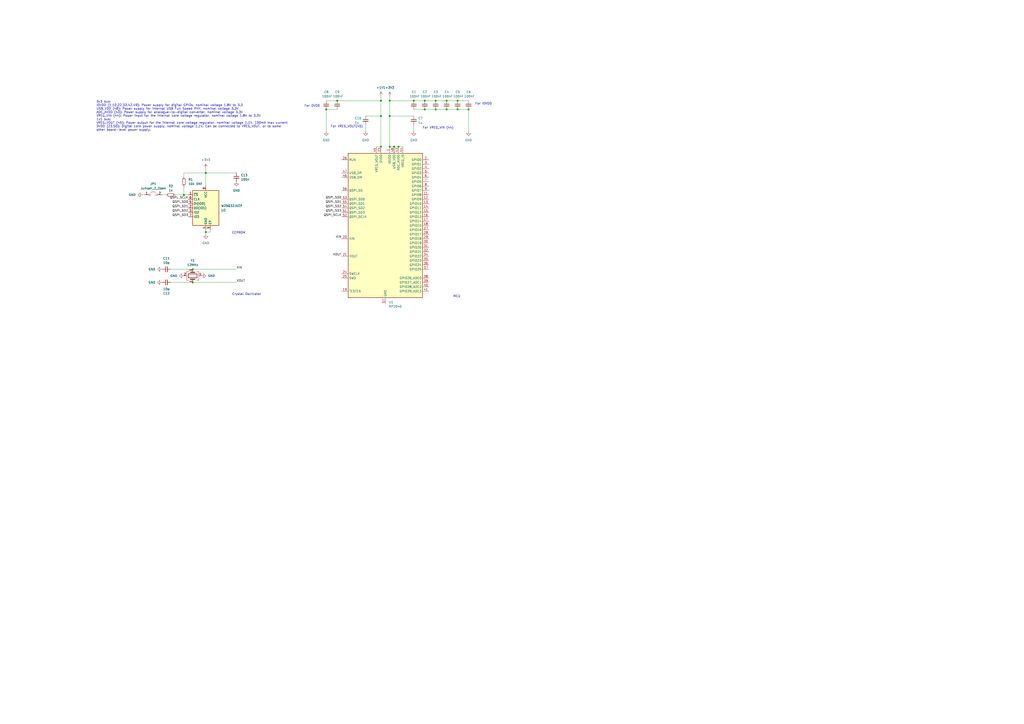
<source format=kicad_sch>
(kicad_sch (version 20230121) (generator eeschema)
  (paper "A2")
  (title_block (title "RP2040 Dev Board") (date "2023-09-20") (rev "REV0") (company "Micro Henry"))
  (lib_symbols
    (symbol "Device:C_Small" (pin_numbers hide) (pin_names (offset 0.254) hide)
      (property "Reference" "C" (at 0.254 1.778 0))
      (property "Value" "C_Small" (at 0.254 -2.032 0))
      (symbol "C_Small_0_1"
        (polyline (pts (xy -1.524 -0.508) (xy 1.524 -0.508)) (stroke (width 0.3302)))
        (polyline (pts (xy -1.524 0.508) (xy 1.524 0.508)) (stroke (width 0.3048)))
      )
      (symbol "C_Small_1_1"
        (pin passive line (at 0 2.54 270) (length 2.032) (name "~") (number "1"))
        (pin passive line (at 0 -2.54 90) (length 2.032) (name "~") (number "2"))
      )
    )
    (symbol "Device:Crystal_GND24" (pin_names (offset 1.016) hide)
      (property "Reference" "Y" (at 3.175 5.08 0))
      (property "Value" "Crystal_GND24" (at 3.175 3.175 0))
      (symbol "Crystal_GND24_0_1"
        (rectangle (start -1.143 2.54) (end 1.143 -2.54) (stroke (width 0.3048)))
        (polyline (pts (xy -2.54 0) (xy -2.032 0)))
        (polyline (pts (xy -2.032 -1.27) (xy -2.032 1.27)) (stroke (width 0.508)))
        (polyline (pts (xy 0 -3.81) (xy 0 -3.556)))
        (polyline (pts (xy 0 3.556) (xy 0 3.81)))
        (polyline (pts (xy 2.032 -1.27) (xy 2.032 1.27)) (stroke (width 0.508)))
        (polyline (pts (xy 2.032 0) (xy 2.54 0)))
        (polyline (pts (xy -2.54 -2.286) (xy -2.54 -3.556) (xy 2.54 -3.556) (xy 2.54 -2.286)))
        (polyline (pts (xy -2.54 2.286) (xy -2.54 3.556) (xy 2.54 3.556) (xy 2.54 2.286)))
      )
      (symbol "Crystal_GND24_1_1"
        (pin passive line (at -3.81 0 0) (length 1.27) (name "1") (number "1"))
        (pin passive line (at 0 5.08 270) (length 1.27) (name "2") (number "2"))
        (pin passive line (at 3.81 0 180) (length 1.27) (name "3") (number "3"))
        (pin passive line (at 0 -5.08 90) (length 1.27) (name "4") (number "4"))
      )
    )
    (symbol "Device:R_Small" (pin_numbers hide) (pin_names (offset 0.254) hide)
      (property "Reference" "R" (at 0.762 0.508 0))
      (property "Value" "R_Small" (at 0.762 -1.016 0))
      (symbol "R_Small_0_1"
        (rectangle (start -0.762 1.778) (end 0.762 -1.778) (stroke (width 0.2032)))
      )
      (symbol "R_Small_1_1"
        (pin passive line (at 0 2.54 270) (length 0.762) (name "~") (number "1"))
        (pin passive line (at 0 -2.54 90) (length 0.762) (name "~") (number "2"))
      )
    )
    (symbol "Jumper:Jumper_2_Open" (pin_names (offset 0) hide)
      (property "Reference" "JP" (at 0 2.794 0))
      (property "Value" "Jumper_2_Open" (at 0 -2.286 0))
      (symbol "Jumper_2_Open_0_0"
        (circle (center -2.032 0) (radius 0.508))
        (circle (center 2.032 0) (radius 0.508))
      )
      (symbol "Jumper_2_Open_0_1"
        (arc (start 1.524 1.27) (mid 0 1.778) (end -1.524 1.27))
      )
      (symbol "Jumper_2_Open_1_1"
        (pin passive line (at -5.08 0 0) (length 2.54) (name "A") (number "1"))
        (pin passive line (at 5.08 0 180) (length 2.54) (name "B") (number "2"))
      )
    )
    (symbol "MCU_RaspberryPi:RP2040"
      (property "Reference" "U" (at 17.78 45.72 0))
      (property "Value" "RP2040" (at 17.78 43.18 0))
      (symbol "RP2040_0_1"
        (rectangle (start -21.59 41.91) (end 21.59 -41.91) (stroke (width 0.254)) (fill (type background)))
      )
      (symbol "RP2040_1_1"
        (pin power_in line (at 2.54 45.72 270) (length 3.81) (name "IOVDD") (number "1"))
        (pin passive line (at 2.54 45.72 270) (length 3.81) hide (name "IOVDD") (number "10"))
        (pin bidirectional line (at 25.4 17.78 180) (length 3.81) (name "GPIO8") (number "11"))
        (pin bidirectional line (at 25.4 15.24 180) (length 3.81) (name "GPIO9") (number "12"))
        (pin bidirectional line (at 25.4 12.7 180) (length 3.81) (name "GPIO10") (number "13"))
        (pin bidirectional line (at 25.4 10.16 180) (length 3.81) (name "GPIO11") (number "14"))
        (pin bidirectional line (at 25.4 7.62 180) (length 3.81) (name "GPIO12") (number "15"))
        (pin bidirectional line (at 25.4 5.08 180) (length 3.81) (name "GPIO13") (number "16"))
        (pin bidirectional line (at 25.4 2.54 180) (length 3.81) (name "GPIO14") (number "17"))
        (pin bidirectional line (at 25.4 0 180) (length 3.81) (name "GPIO15") (number "18"))
        (pin input line (at -25.4 -38.1 0) (length 3.81) (name "TESTEN") (number "19"))
        (pin bidirectional line (at 25.4 38.1 180) (length 3.81) (name "GPIO0") (number "2"))
        (pin input line (at -25.4 -7.62 0) (length 3.81) (name "XIN") (number "20"))
        (pin passive line (at -25.4 -17.78 0) (length 3.81) (name "XOUT") (number "21"))
        (pin passive line (at 2.54 45.72 270) (length 3.81) hide (name "IOVDD") (number "22"))
        (pin power_in line (at -2.54 45.72 270) (length 3.81) (name "DVDD") (number "23"))
        (pin input line (at -25.4 -27.94 0) (length 3.81) (name "SWCLK") (number "24"))
        (pin bidirectional line (at -25.4 -30.48 0) (length 3.81) (name "SWD") (number "25"))
        (pin input line (at -25.4 38.1 0) (length 3.81) (name "RUN") (number "26"))
        (pin bidirectional line (at 25.4 -2.54 180) (length 3.81) (name "GPIO16") (number "27"))
        (pin bidirectional line (at 25.4 -5.08 180) (length 3.81) (name "GPIO17") (number "28"))
        (pin bidirectional line (at 25.4 -7.62 180) (length 3.81) (name "GPIO18") (number "29"))
        (pin bidirectional line (at 25.4 35.56 180) (length 3.81) (name "GPIO1") (number "3"))
        (pin bidirectional line (at 25.4 -10.16 180) (length 3.81) (name "GPIO19") (number "30"))
        (pin bidirectional line (at 25.4 -12.7 180) (length 3.81) (name "GPIO20") (number "31"))
        (pin bidirectional line (at 25.4 -15.24 180) (length 3.81) (name "GPIO21") (number "32"))
        (pin passive line (at 2.54 45.72 270) (length 3.81) hide (name "IOVDD") (number "33"))
        (pin bidirectional line (at 25.4 -17.78 180) (length 3.81) (name "GPIO22") (number "34"))
        (pin bidirectional line (at 25.4 -20.32 180) (length 3.81) (name "GPIO23") (number "35"))
        (pin bidirectional line (at 25.4 -22.86 180) (length 3.81) (name "GPIO24") (number "36"))
        (pin bidirectional line (at 25.4 -25.4 180) (length 3.81) (name "GPIO25") (number "37"))
        (pin bidirectional line (at 25.4 -30.48 180) (length 3.81) (name "GPIO26_ADC0") (number "38"))
        (pin bidirectional line (at 25.4 -33.02 180) (length 3.81) (name "GPIO27_ADC1") (number "39"))
        (pin bidirectional line (at 25.4 33.02 180) (length 3.81) (name "GPIO2") (number "4"))
        (pin bidirectional line (at 25.4 -35.56 180) (length 3.81) (name "GPIO28_ADC2") (number "40"))
        (pin bidirectional line (at 25.4 -38.1 180) (length 3.81) (name "GPIO29_ADC3") (number "41"))
        (pin passive line (at 2.54 45.72 270) (length 3.81) hide (name "IOVDD") (number "42"))
        (pin power_in line (at 7.62 45.72 270) (length 3.81) (name "ADC_AVDD") (number "43"))
        (pin power_in line (at 10.16 45.72 270) (length 3.81) (name "VREG_IN") (number "44"))
        (pin power_out line (at -5.08 45.72 270) (length 3.81) (name "VREG_VOUT") (number "45"))
        (pin bidirectional line (at -25.4 27.94 0) (length 3.81) (name "USB_DM") (number "46"))
        (pin bidirectional line (at -25.4 30.48 0) (length 3.81) (name "USB_DP") (number "47"))
        (pin power_in line (at 5.08 45.72 270) (length 3.81) (name "USB_VDD") (number "48"))
        (pin passive line (at 2.54 45.72 270) (length 3.81) hide (name "IOVDD") (number "49"))
        (pin bidirectional line (at 25.4 30.48 180) (length 3.81) (name "GPIO3") (number "5"))
        (pin passive line (at -2.54 45.72 270) (length 3.81) hide (name "DVDD") (number "50"))
        (pin bidirectional line (at -25.4 7.62 0) (length 3.81) (name "QSPI_SD3") (number "51"))
        (pin output line (at -25.4 5.08 0) (length 3.81) (name "QSPI_SCLK") (number "52"))
        (pin bidirectional line (at -25.4 15.24 0) (length 3.81) (name "QSPI_SD0") (number "53"))
        (pin bidirectional line (at -25.4 10.16 0) (length 3.81) (name "QSPI_SD2") (number "54"))
        (pin bidirectional line (at -25.4 12.7 0) (length 3.81) (name "QSPI_SD1") (number "55"))
        (pin bidirectional line (at -25.4 20.32 0) (length 3.81) (name "QSPI_SS") (number "56"))
        (pin power_in line (at 0 -45.72 90) (length 3.81) (name "GND") (number "57"))
        (pin bidirectional line (at 25.4 27.94 180) (length 3.81) (name "GPIO4") (number "6"))
        (pin bidirectional line (at 25.4 25.4 180) (length 3.81) (name "GPIO5") (number "7"))
        (pin bidirectional line (at 25.4 22.86 180) (length 3.81) (name "GPIO6") (number "8"))
        (pin bidirectional line (at 25.4 20.32 180) (length 3.81) (name "GPIO7") (number "9"))
      )
    )
    (symbol "Memory_Flash:W25Q32JVZP"
      (property "Reference" "U" (at -6.35 11.43 0))
      (property "Value" "W25Q32JVZP" (at 7.62 11.43 0))
      (symbol "W25Q32JVZP_0_1"
        (rectangle (start -7.62 10.16) (end 7.62 -10.16) (stroke (width 0.254)) (fill (type background)))
      )
      (symbol "W25Q32JVZP_1_1"
        (pin input line (at -10.16 7.62 0) (length 2.54) (name "~{CS}") (number "1"))
        (pin bidirectional line (at -10.16 0 0) (length 2.54) (name "DO(IO1)") (number "2"))
        (pin bidirectional line (at -10.16 -2.54 0) (length 2.54) (name "IO2") (number "3"))
        (pin power_in line (at 0 -12.7 90) (length 2.54) (name "GND") (number "4"))
        (pin bidirectional line (at -10.16 2.54 0) (length 2.54) (name "DI(IO0)") (number "5"))
        (pin input line (at -10.16 5.08 0) (length 2.54) (name "CLK") (number "6"))
        (pin bidirectional line (at -10.16 -5.08 0) (length 2.54) (name "IO3") (number "7"))
        (pin power_in line (at 0 12.7 270) (length 2.54) (name "VCC") (number "8"))
        (pin passive line (at 2.54 -12.7 90) (length 2.54) (name "EP") (number "9"))
      )
    )
    (symbol "power:+1V1" (power) (pin_names (offset 0))
      (property "Value" "+1V1" (at 0 3.556 0))
      (symbol "+1V1_0_1"
        (polyline (pts (xy -0.762 1.27) (xy 0 2.54)))
        (polyline (pts (xy 0 0) (xy 0 2.54)))
        (polyline (pts (xy 0 2.54) (xy 0.762 1.27)))
      )
      (symbol "+1V1_1_1"
        (pin power_in line (at 0 0 90) (length 0) hide (name "+1V1") (number "1"))
      )
    )
    (symbol "power:+3V3" (power) (pin_names (offset 0))
      (property "Value" "+3V3" (at 0 3.556 0))
      (symbol "+3V3_0_1"
        (polyline (pts (xy -0.762 1.27) (xy 0 2.54)))
        (polyline (pts (xy 0 0) (xy 0 2.54)))
        (polyline (pts (xy 0 2.54) (xy 0.762 1.27)))
      )
      (symbol "+3V3_1_1"
        (pin power_in line (at 0 0 90) (length 0) hide (name "+3V3") (number "1"))
      )
    )
    (symbol "power:GND" (power) (pin_names (offset 0))
      (property "Value" "GND" (at 0 -3.81 0))
      (symbol "GND_0_1"
        (polyline (pts (xy 0 0) (xy 0 -1.27) (xy 1.27 -1.27) (xy 0 -2.54) (xy -1.27 -1.27) (xy 0 -1.27)))
      )
      (symbol "GND_1_1"
        (pin power_in line (at 0 0 270) (length 0) hide (name "GND") (number "1"))
      )
    )
  )
  (junction (at 111.76 163.83))
  (junction (at 246.38 63.5))
  (junction (at 246.38 58.42))
  (junction (at 252.73 63.5))
  (junction (at 220.98 67.31))
  (junction (at 111.76 156.21))
  (junction (at 252.73 58.42))
  (junction (at 231.14 85.09))
  (junction (at 259.08 63.5))
  (junction (at 195.58 58.42))
  (junction (at 226.06 58.42))
  (junction (at 189.23 63.5))
  (junction (at 265.43 63.5))
  (junction (at 220.98 58.42))
  (junction (at 271.78 63.5))
  (junction (at 228.6 85.09))
  (junction (at 220.98 85.09))
  (junction (at 226.06 67.31))
  (junction (at 265.43 58.42))
  (junction (at 106.68 113.03))
  (junction (at 240.03 58.42))
  (junction (at 259.08 58.42))
  (junction (at 119.38 134.62))
  (junction (at 119.38 100.33))
  (junction (at 226.06 85.09))
  (wire (pts (xy 226.06 58.42) (xy 240.03 58.42)))
  (wire (pts (xy 106.68 107.95) (xy 106.68 113.03)))
  (wire (pts (xy 240.03 72.39) (xy 240.03 76.2)))
  (wire (pts (xy 259.08 58.42) (xy 252.73 58.42)))
  (wire (pts (xy 220.98 58.42) (xy 220.98 67.31)))
  (wire (pts (xy 271.78 63.5) (xy 271.78 76.2)))
  (wire (pts (xy 189.23 63.5) (xy 189.23 76.2)))
  (wire (pts (xy 106.68 113.03) (xy 101.6 113.03)))
  (wire (pts (xy 106.68 100.33) (xy 119.38 100.33)))
  (wire (pts (xy 119.38 97.79) (xy 119.38 100.33)))
  (wire (pts (xy 271.78 63.5) (xy 265.43 63.5)))
  (wire (pts (xy 231.14 85.09) (xy 233.68 85.09)))
  (wire (pts (xy 99.06 163.83) (xy 111.76 163.83)))
  (wire (pts (xy 265.43 63.5) (xy 259.08 63.5)))
  (wire (pts (xy 119.38 135.89) (xy 119.38 134.62)))
  (wire (pts (xy 220.98 67.31) (xy 220.98 85.09)))
  (wire (pts (xy 212.09 76.2) (xy 212.09 72.39)))
  (wire (pts (xy 226.06 85.09) (xy 228.6 85.09)))
  (wire (pts (xy 226.06 55.88) (xy 226.06 58.42)))
  (wire (pts (xy 119.38 100.33) (xy 119.38 107.95)))
  (wire (pts (xy 83.82 113.03) (xy 82.55 113.03)))
  (wire (pts (xy 121.92 133.35) (xy 121.92 134.62)))
  (wire (pts (xy 220.98 55.88) (xy 220.98 58.42)))
  (wire (pts (xy 119.38 134.62) (xy 119.38 133.35)))
  (wire (pts (xy 195.58 58.42) (xy 220.98 58.42)))
  (wire (pts (xy 218.44 85.09) (xy 220.98 85.09)))
  (wire (pts (xy 189.23 63.5) (xy 195.58 63.5)))
  (wire (pts (xy 271.78 58.42) (xy 265.43 58.42)))
  (wire (pts (xy 119.38 100.33) (xy 137.16 100.33)))
  (wire (pts (xy 111.76 163.83) (xy 137.16 163.83)))
  (wire (pts (xy 189.23 58.42) (xy 195.58 58.42)))
  (wire (pts (xy 228.6 88.9) (xy 228.6 85.09)))
  (wire (pts (xy 99.06 156.21) (xy 111.76 156.21)))
  (wire (pts (xy 228.6 85.09) (xy 231.14 85.09)))
  (wire (pts (xy 259.08 63.5) (xy 252.73 63.5)))
  (wire (pts (xy 109.22 113.03) (xy 106.68 113.03)))
  (wire (pts (xy 93.98 113.03) (xy 96.52 113.03)))
  (wire (pts (xy 246.38 58.42) (xy 240.03 58.42)))
  (wire (pts (xy 246.38 63.5) (xy 240.03 63.5)))
  (wire (pts (xy 226.06 67.31) (xy 240.03 67.31)))
  (wire (pts (xy 121.92 134.62) (xy 119.38 134.62)))
  (wire (pts (xy 212.09 67.31) (xy 220.98 67.31)))
  (wire (pts (xy 106.68 102.87) (xy 106.68 100.33)))
  (wire (pts (xy 226.06 67.31) (xy 226.06 85.09)))
  (wire (pts (xy 252.73 63.5) (xy 246.38 63.5)))
  (wire (pts (xy 265.43 58.42) (xy 259.08 58.42)))
  (wire (pts (xy 252.73 58.42) (xy 246.38 58.42)))
  (wire (pts (xy 226.06 58.42) (xy 226.06 67.31)))
  (wire (pts (xy 111.76 156.21) (xy 137.16 156.21)))
  (text "For VREG_VIN (44)\n" (at 245.11 74.93 0) (effects (font (size 1.27 1.27)) (justify left bottom)))
  (text "MCU\n" (at 262.89 172.72 0) (effects (font (size 1.27 1.27)) (justify left bottom)))
  (text "3v3 bus:\nIOVDD (1,10,22,33,42,49): Power supply for digital GPIOs, nominal voltage 1.8V to 3.3\nUSB_VDD (48): Power supply for internal USB Full Speed PHY, nominal voltage 3.3V\nADC_AVDD (43): Power supply for analogue-to-digital converter, nominal voltage 3.3V\nVREG_VIN (44): Power input for the internal core voltage regulator, nominal voltage 1.8V to 3.3V\n1v1 bus:\nVREG_VOUT (45): Power output for the internal core voltage regulator, nominal voltage 1.1V, 100mA max current\nDVDD (23,50): Digital core power supply, nominal voltage 1.1V. Can be connected to VREG_VOUT, or to some\nother board-level power supply." (at 55.88 76.2 0) (effects (font (size 1.27 1.27)) (justify left bottom)))
  (text "For DVDD\n" (at 176.53 62.23 0) (effects (font (size 1.27 1.27)) (justify left bottom)))
  (text "EEPROM\n" (at 134.62 135.89 0) (effects (font (size 1.27 1.27)) (justify left bottom)))
  (text "For IOVDD\n" (at 275.59 60.96 0) (effects (font (size 1.27 1.27)) (justify left bottom)))
  (text "For VREG_VOUT(45)\n\n" (at 191.77 76.2 0) (effects (font (size 1.27 1.27)) (justify left bottom)))
  (text "Crystal Oscillator\n" (at 134.62 171.45 0) (effects (font (size 1.27 1.27)) (justify left bottom)))
  (label "XOUT" (at 137.16 163.83 0))
  (label "QSPI_SCLK" (at 198.12 125.73 180))
  (label "XIN" (at 198.12 138.43 180))
  (label "QSPI_SD3" (at 198.12 123.19 180))
  (label "QSPI_SD1" (at 109.22 120.65 180))
  (label "QSPL_SCLK" (at 109.22 115.57 180))
  (label "QSPI_SD2" (at 109.22 123.19 180))
  (label "QSPI_SD1" (at 198.12 118.11 180))
  (label "XIN" (at 137.16 156.21 0))
  (label "XOUT" (at 198.12 148.59 180))
  (label "QSPI_SD2" (at 198.12 120.65 180))
  (label "QSPI_SD0" (at 198.12 115.57 180))
  (label "QSPI_SD0" (at 109.22 118.11 180))
  (label "QSPI_SD3" (at 109.22 125.73 180))
  (symbol (lib_id "Device:C_Small") (at 212.09 69.85 0) (unit 1)
    (property "Reference" "C10" (at 205.74 68.58 0) (effects (justify left)))
    (property "Value" "1u" (at 205.74 71.12 0) (effects (justify left)))
    (property "Footprint" "Resistor_SMD:R_0603_1608Metric" (effects hide))
  )
  (symbol (lib_id "Device:C_Small") (at 265.43 60.96 0) (unit 1)
    (property "Reference" "C5" (at 264.16 53.34 0) (effects (justify left)))
    (property "Value" "100nF" (at 262.89 55.88 0) (effects (justify left)))
    (property "Footprint" "Resistor_SMD:R_0603_1608Metric" (effects hide))
  )
  (symbol (lib_id "Device:R_Small") (at 99.06 113.03 90) (unit 1)
    (property "Reference" "R2" (at 99.06 107.95 90))
    (property "Value" "1k" (at 99.06 110.49 90))
  )
  (symbol (lib_id "power:GND") (at 82.55 113.03 270) (unit 1)
    (property "Reference" "#PWR013" (effects hide))
    (property "Value" "GND" (at 78.74 113.03 90) (effects (justify right)))
  )
  (symbol (lib_id "MCU_RaspberryPi:RP2040") (at 223.52 130.81 0) (unit 1)
    (property "Reference" "U1" (at 225.4759 175.26 0) (effects (justify left)))
    (property "Value" "RP2040" (at 225.4759 177.8 0) (effects (justify left)))
    (property "Footprint" "Package_DFN_QFN:QFN-56-1EP_7x7mm_P0.4mm_EP3.2x3.2mm" (effects hide))
    (property "Datasheet" "https://datasheets.raspberrypi.com/rp2040/rp2040-datasheet.pdf" (effects hide))
  )
  (symbol (lib_id "power:GND") (at 93.98 156.21 270) (unit 1)
    (property "Reference" "#PWR07" (effects hide))
    (property "Value" "GND" (at 90.17 156.21 90) (effects (justify right)))
  )
  (symbol (lib_id "Device:C_Small") (at 246.38 60.96 0) (unit 1)
    (property "Reference" "C2" (at 245.11 53.34 0) (effects (justify left)))
    (property "Value" "100nF" (at 243.84 55.88 0) (effects (justify left)))
    (property "Footprint" "Resistor_SMD:R_0603_1608Metric" (effects hide))
  )
  (symbol (lib_id "power:+3V3") (at 226.06 55.88 0) (unit 1)
    (property "Reference" "#PWR01" (effects hide))
    (property "Value" "+3V3" (at 226.06 50.8 0))
  )
  (symbol (lib_id "Device:C_Small") (at 271.78 60.96 0) (unit 1)
    (property "Reference" "C6" (at 270.51 53.34 0) (effects (justify left)))
    (property "Value" "100nF" (at 269.24 55.88 0) (effects (justify left)))
    (property "Footprint" "Resistor_SMD:R_0603_1608Metric" (effects hide))
  )
  (symbol (lib_id "Device:Crystal_GND24") (at 111.76 160.02 90) (unit 1)
    (property "Reference" "Y1" (at 111.76 151.13 90))
    (property "Value" "12MHz" (at 111.76 153.67 90))
    (property "Footprint" "Crystal:Crystal_SMD_3225-4Pin_3.2x2.5mm" (effects hide))
    (property "Datasheet" "https://datasheet.lcsc.com/lcsc/2109101930_TAE-Zhejiang-Abel-Elec-TAXM12M4RLBDDT2T_C133334.pdf" (effects hide))
  )
  (symbol (lib_id "Device:C_Small") (at 96.52 156.21 90) (unit 1)
    (property "Reference" "C11" (at 96.5263 149.86 90))
    (property "Value" "10p" (at 96.5263 152.4 90))
    (property "Footprint" "Capacitor_SMD:C_0603_1608Metric" (effects hide))
  )
  (symbol (lib_id "power:GND") (at 119.38 135.89 0) (unit 1)
    (property "Reference" "#PWR014" (effects hide))
    (property "Value" "GND" (at 119.38 140.97 0))
  )
  (symbol (lib_id "power:GND") (at 93.98 163.83 270) (unit 1)
    (property "Reference" "#PWR08" (effects hide))
    (property "Value" "GND" (at 90.17 163.83 90) (effects (justify right)))
  )
  (symbol (lib_id "Jumper:Jumper_2_Open") (at 88.9 113.03 0) (unit 1)
    (property "Reference" "JP1" (at 88.9 106.68 0))
    (property "Value" "Jumper_2_Open" (at 88.9 109.22 0))
  )
  (symbol (lib_id "power:GND") (at 271.78 76.2 0) (unit 1)
    (property "Reference" "#PWR02" (effects hide))
    (property "Value" "GND" (at 271.78 81.28 0))
  )
  (symbol (lib_id "power:GND") (at 212.09 76.2 0) (unit 1)
    (property "Reference" "#PWR05" (effects hide))
    (property "Value" "GND" (at 212.09 81.28 0))
  )
  (symbol (lib_id "Device:C_Small") (at 259.08 60.96 0) (unit 1)
    (property "Reference" "C4" (at 257.81 53.34 0) (effects (justify left)))
    (property "Value" "100nF" (at 256.54 55.88 0) (effects (justify left)))
    (property "Footprint" "Resistor_SMD:R_0603_1608Metric" (effects hide))
  )
  (symbol (lib_id "power:+3V3") (at 119.38 97.79 0) (unit 1)
    (property "Reference" "#PWR011" (effects hide))
    (property "Value" "+3V3" (at 119.38 92.71 0))
  )
  (symbol (lib_id "power:GND") (at 116.84 160.02 90) (unit 1)
    (property "Reference" "#PWR010" (effects hide))
    (property "Value" "GND" (at 120.65 160.02 90) (effects (justify right)))
  )
  (symbol (lib_id "Device:C_Small") (at 195.58 60.96 0) (unit 1)
    (property "Reference" "C9" (at 194.31 53.34 0) (effects (justify left)))
    (property "Value" "100nF" (at 193.04 55.88 0) (effects (justify left)))
    (property "Footprint" "Resistor_SMD:R_0603_1608Metric" (effects hide))
  )
  (symbol (lib_id "Device:C_Small") (at 96.52 163.83 90) (unit 1)
    (property "Reference" "C12" (at 96.52 170.18 90))
    (property "Value" "10p" (at 96.52 167.64 90))
  )
  (symbol (lib_id "power:GND") (at 189.23 76.2 0) (unit 1)
    (property "Reference" "#PWR06" (effects hide))
    (property "Value" "GND" (at 189.23 81.28 0))
  )
  (symbol (lib_id "power:GND") (at 106.68 160.02 270) (unit 1)
    (property "Reference" "#PWR09" (effects hide))
    (property "Value" "GND" (at 102.87 160.02 90) (effects (justify right)))
  )
  (symbol (lib_id "Device:C_Small") (at 252.73 60.96 0) (unit 1)
    (property "Reference" "C3" (at 251.46 53.34 0) (effects (justify left)))
    (property "Value" "100nF" (at 250.19 55.88 0) (effects (justify left)))
    (property "Footprint" "Resistor_SMD:R_0603_1608Metric" (effects hide))
  )
  (symbol (lib_id "power:+1V1") (at 220.98 55.88 0) (unit 1)
    (property "Reference" "#PWR04" (effects hide))
    (property "Value" "+1V1" (at 220.98 50.8 0))
  )
  (symbol (lib_id "Device:R_Small") (at 106.68 105.41 0) (unit 1)
    (property "Reference" "R1" (at 109.22 104.14 0) (effects (justify left)))
    (property "Value" "10k DNF" (at 109.22 106.68 0) (effects (justify left)))
  )
  (symbol (lib_id "Device:C_Small") (at 137.16 102.87 0) (unit 1)
    (property "Reference" "C13" (at 139.7 101.6063 0) (effects (justify left)))
    (property "Value" "100n" (at 139.7 104.1463 0) (effects (justify left)))
  )
  (symbol (lib_id "power:GND") (at 240.03 76.2 0) (unit 1)
    (property "Reference" "#PWR03" (effects hide))
    (property "Value" "GND" (at 240.03 81.28 0))
  )
  (symbol (lib_id "power:GND") (at 137.16 105.41 0) (unit 1)
    (property "Reference" "#PWR012" (effects hide))
    (property "Value" "GND" (at 137.16 110.49 0))
  )
  (symbol (lib_id "Memory_Flash:W25Q32JVZP") (at 119.38 120.65 0) (unit 1)
    (property "Reference" "U2" (at 128.27 121.92 0) (effects (justify left)))
    (property "Value" "W25Q32JVZP" (at 128.27 119.38 0) (effects (justify left)))
    (property "Footprint" "Package_SON:WSON-8-1EP_6x5mm_P1.27mm_EP3.4x4.3mm" (effects hide))
    (property "Datasheet" "http://www.winbond.com/resource-files/w25q32jv%20revg%2003272018%20plus.pdf" (effects hide))
  )
  (symbol (lib_id "Device:C_Small") (at 240.03 69.85 0) (unit 1)
    (property "Reference" "C7" (at 242.57 68.5863 0) (effects (justify left)))
    (property "Value" "1u" (at 242.57 71.1263 0) (effects (justify left)))
    (property "Footprint" "Resistor_SMD:R_0603_1608Metric" (effects hide))
  )
  (symbol (lib_id "Device:C_Small") (at 189.23 60.96 0) (unit 1)
    (property "Reference" "C8" (at 187.96 53.34 0) (effects (justify left)))
    (property "Value" "100nF" (at 186.69 55.88 0) (effects (justify left)))
    (property "Footprint" "Resistor_SMD:R_0603_1608Metric" (effects hide))
  )
  (symbol (lib_id "Device:C_Small") (at 240.03 60.96 0) (unit 1)
    (property "Reference" "C1" (at 238.76 53.34 0) (effects (justify left)))
    (property "Value" "100nF" (at 237.49 55.88 0) (effects (justify left)))
    (property "Footprint" "Resistor_SMD:R_0603_1608Metric" (effects hide))
  )
)
</source>
